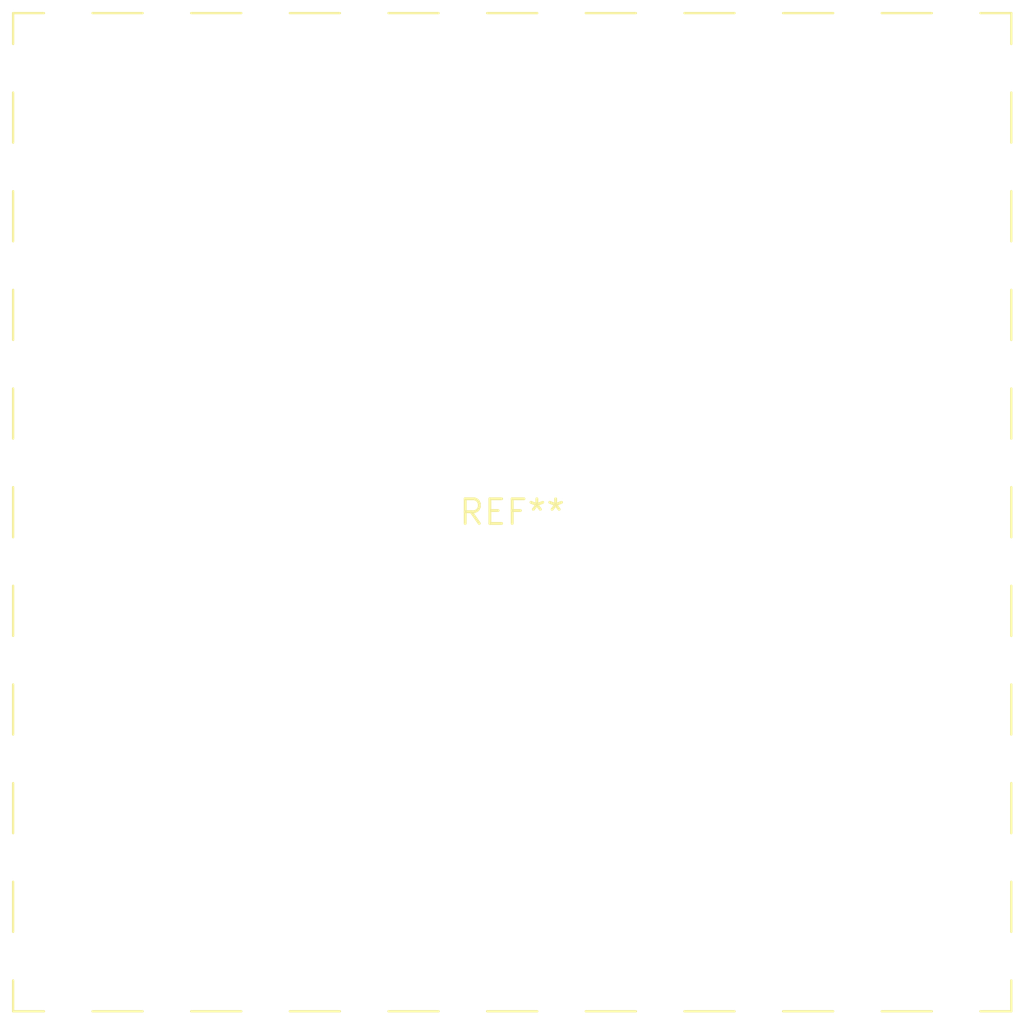
<source format=kicad_pcb>
(kicad_pcb (version 20240108) (generator pcbnew)
  (layers (0 "F.Cu" signal) (31 "B.Cu" signal) (34 "B.Paste" user) (35 "F.Paste" user) (36 "B.SilkS" user "B.Silkscreen") (37 "F.SilkS" user "F.Silkscreen") (38 "B.Mask" user) (39 "F.Mask" user) (44 "Edge.Cuts" user))
  (net 0 "")
  (footprint "Wuerth_36503505_50x50mm" (layer "F.Cu") (at 0 0)
    (property "Reference" "REF**")
    (property "Value" "Wuerth_36503505_50x50mm")
    (fp_line (start -25.7 -25.7) (end -24.11 -25.7) (layer "F.SilkS") (stroke (width 0.12)))
    (fp_line (start -25.7 -24.11) (end -25.7 -25.7) (layer "F.SilkS") (stroke (width 0.12)))
    (fp_line (start -25.7 -19.03) (end -25.7 -21.61) (layer "F.SilkS") (stroke (width 0.12)))
    (fp_line (start -25.7 -13.95) (end -25.7 -16.53) (layer "F.SilkS") (stroke (width 0.12)))
    (fp_line (start -25.7 -8.87) (end -25.7 -11.45) (layer "F.SilkS") (stroke (width 0.12)))
    (fp_line (start -25.7 -3.79) (end -25.7 -6.37) (layer "F.SilkS") (stroke (width 0.12)))
    (fp_line (start -25.7 -1.29) (end -25.7 1.29) (layer "F.SilkS") (stroke (width 0.12)))
    (fp_line (start -25.7 3.79) (end -25.7 6.37) (layer "F.SilkS") (stroke (width 0.12)))
    (fp_line (start -25.7 8.87) (end -25.7 11.45) (layer "F.SilkS") (stroke (width 0.12)))
    (fp_line (start -25.7 13.95) (end -25.7 16.53) (layer "F.SilkS") (stroke (width 0.12)))
    (fp_line (start -25.7 19.03) (end -25.7 21.61) (layer "F.SilkS") (stroke (width 0.12)))
    (fp_line (start -25.7 24.11) (end -25.7 25.7) (layer "F.SilkS") (stroke (width 0.12)))
    (fp_line (start -25.7 25.7) (end -24.11 25.7) (layer "F.SilkS") (stroke (width 0.12)))
    (fp_line (start -19.03 -25.7) (end -21.61 -25.7) (layer "F.SilkS") (stroke (width 0.12)))
    (fp_line (start -19.03 25.7) (end -21.61 25.7) (layer "F.SilkS") (stroke (width 0.12)))
    (fp_line (start -13.95 -25.7) (end -16.53 -25.7) (layer "F.SilkS") (stroke (width 0.12)))
    (fp_line (start -13.95 25.7) (end -16.53 25.7) (layer "F.SilkS") (stroke (width 0.12)))
    (fp_line (start -8.87 -25.7) (end -11.45 -25.7) (layer "F.SilkS") (stroke (width 0.12)))
    (fp_line (start -8.87 25.7) (end -11.45 25.7) (layer "F.SilkS") (stroke (width 0.12)))
    (fp_line (start -3.79 -25.7) (end -6.37 -25.7) (layer "F.SilkS") (stroke (width 0.12)))
    (fp_line (start -3.79 25.7) (end -6.37 25.7) (layer "F.SilkS") (stroke (width 0.12)))
    (fp_line (start 1.29 -25.7) (end -1.29 -25.7) (layer "F.SilkS") (stroke (width 0.12)))
    (fp_line (start 1.29 25.7) (end -1.29 25.7) (layer "F.SilkS") (stroke (width 0.12)))
    (fp_line (start 3.79 -25.7) (end 6.37 -25.7) (layer "F.SilkS") (stroke (width 0.12)))
    (fp_line (start 3.79 25.7) (end 6.37 25.7) (layer "F.SilkS") (stroke (width 0.12)))
    (fp_line (start 8.87 -25.7) (end 11.45 -25.7) (layer "F.SilkS") (stroke (width 0.12)))
    (fp_line (start 8.87 25.7) (end 11.45 25.7) (layer "F.SilkS") (stroke (width 0.12)))
    (fp_line (start 13.95 -25.7) (end 16.53 -25.7) (layer "F.SilkS") (stroke (width 0.12)))
    (fp_line (start 13.95 25.7) (end 16.53 25.7) (layer "F.SilkS") (stroke (width 0.12)))
    (fp_line (start 19.03 -25.7) (end 21.61 -25.7) (layer "F.SilkS") (stroke (width 0.12)))
    (fp_line (start 19.03 25.7) (end 21.61 25.7) (layer "F.SilkS") (stroke (width 0.12)))
    (fp_line (start 25.7 -25.7) (end 24.11 -25.7) (layer "F.SilkS") (stroke (width 0.12)))
    (fp_line (start 25.7 -24.11) (end 25.7 -25.7) (layer "F.SilkS") (stroke (width 0.12)))
    (fp_line (start 25.7 -19.03) (end 25.7 -21.61) (layer "F.SilkS") (stroke (width 0.12)))
    (fp_line (start 25.7 -13.95) (end 25.7 -16.53) (layer "F.SilkS") (stroke (width 0.12)))
    (fp_line (start 25.7 -8.87) (end 25.7 -11.45) (layer "F.SilkS") (stroke (width 0.12)))
    (fp_line (start 25.7 -3.79) (end 25.7 -6.37) (layer "F.SilkS") (stroke (width 0.12)))
    (fp_line (start 25.7 1.29) (end 25.7 -1.29) (layer "F.SilkS") (stroke (width 0.12)))
    (fp_line (start 25.7 3.79) (end 25.7 6.37) (layer "F.SilkS") (stroke (width 0.12)))
    (fp_line (start 25.7 8.87) (end 25.7 11.45) (layer "F.SilkS") (stroke (width 0.12)))
    (fp_line (start 25.7 13.95) (end 25.7 16.53) (layer "F.SilkS") (stroke (width 0.12)))
    (fp_line (start 25.7 19.03) (end 25.7 21.61) (layer "F.SilkS") (stroke (width 0.12)))
    (fp_line (start 25.7 24.11) (end 25.7 25.7) (layer "F.SilkS") (stroke (width 0.12)))
    (fp_line (start 25.7 25.7) (end 24.11 25.7) (layer "F.SilkS") (stroke (width 0.12)))
    (pad "1" thru_hole circle (at -25.25 -22.86) (size 1.7 1.7) (drill 1.1) (layers *.Cu *.Mask) (remove_unused_layers))
    (pad "1" thru_hole circle (at -25.25 -17.78) (size 1.7 1.7) (drill 1.1) (layers *.Cu *.Mask) (remove_unused_layers))
    (pad "1" thru_hole circle (at -25.25 -12.7) (size 1.7 1.7) (drill 1.1) (layers *.Cu *.Mask) (remove_unused_layers))
    (pad "1" thru_hole circle (at -25.25 -7.62) (size 1.7 1.7) (drill 1.1) (layers *.Cu *.Mask) (remove_unused_layers))
    (pad "1" thru_hole circle (at -25.25 -2.54) (size 1.7 1.7) (drill 1.1) (layers *.Cu *.Mask) (remove_unused_layers))
    (pad "1" thru_hole circle (at -25.25 2.54) (size 1.7 1.7) (drill 1.1) (layers *.Cu *.Mask) (remove_unused_layers))
    (pad "1" thru_hole circle (at -25.25 7.62) (size 1.7 1.7) (drill 1.1) (layers *.Cu *.Mask) (remove_unused_layers))
    (pad "1" thru_hole circle (at -25.25 12.7) (size 1.7 1.7) (drill 1.1) (layers *.Cu *.Mask) (remove_unused_layers))
    (pad "1" thru_hole circle (at -25.25 17.78) (size 1.7 1.7) (drill 1.1) (layers *.Cu *.Mask) (remove_unused_layers))
    (pad "1" thru_hole circle (at -25.25 22.86) (size 1.7 1.7) (drill 1.1) (layers *.Cu *.Mask) (remove_unused_layers))
    (pad "1" thru_hole circle (at -22.86 -25.25) (size 1.7 1.7) (drill 1.1) (layers *.Cu *.Mask) (remove_unused_layers))
    (pad "1" thru_hole circle (at -22.86 25.25) (size 1.7 1.7) (drill 1.1) (layers *.Cu *.Mask) (remove_unused_layers))
    (pad "1" thru_hole circle (at -17.78 -25.25) (size 1.7 1.7) (drill 1.1) (layers *.Cu *.Mask) (remove_unused_layers))
    (pad "1" thru_hole circle (at -17.78 25.25) (size 1.7 1.7) (drill 1.1) (layers *.Cu *.Mask) (remove_unused_layers))
    (pad "1" thru_hole circle (at -12.7 -25.25) (size 1.7 1.7) (drill 1.1) (layers *.Cu *.Mask) (remove_unused_layers))
    (pad "1" thru_hole circle (at -12.7 25.25) (size 1.7 1.7) (drill 1.1) (layers *.Cu *.Mask) (remove_unused_layers))
    (pad "1" thru_hole circle (at -7.62 -25.25) (size 1.7 1.7) (drill 1.1) (layers *.Cu *.Mask) (remove_unused_layers))
    (pad "1" thru_hole circle (at -7.62 25.25) (size 1.7 1.7) (drill 1.1) (layers *.Cu *.Mask) (remove_unused_layers))
    (pad "1" thru_hole circle (at -2.54 -25.25) (size 1.7 1.7) (drill 1.1) (layers *.Cu *.Mask) (remove_unused_layers))
    (pad "1" thru_hole circle (at -2.54 25.25) (size 1.7 1.7) (drill 1.1) (layers *.Cu *.Mask) (remove_unused_layers))
    (pad "1" thru_hole circle (at 2.54 -25.25) (size 1.7 1.7) (drill 1.1) (layers *.Cu *.Mask) (remove_unused_layers))
    (pad "1" thru_hole circle (at 2.54 25.25) (size 1.7 1.7) (drill 1.1) (layers *.Cu *.Mask) (remove_unused_layers))
    (pad "1" thru_hole circle (at 7.62 -25.25) (size 1.7 1.7) (drill 1.1) (layers *.Cu *.Mask) (remove_unused_layers))
    (pad "1" thru_hole circle (at 7.62 25.25) (size 1.7 1.7) (drill 1.1) (layers *.Cu *.Mask) (remove_unused_layers))
    (pad "1" thru_hole circle (at 12.7 -25.25) (size 1.7 1.7) (drill 1.1) (layers *.Cu *.Mask) (remove_unused_layers))
    (pad "1" thru_hole circle (at 12.7 25.25) (size 1.7 1.7) (drill 1.1) (layers *.Cu *.Mask) (remove_unused_layers))
    (pad "1" thru_hole circle (at 17.78 -25.25) (size 1.7 1.7) (drill 1.1) (layers *.Cu *.Mask) (remove_unused_layers))
    (pad "1" thru_hole circle (at 17.78 25.25) (size 1.7 1.7) (drill 1.1) (layers *.Cu *.Mask) (remove_unused_layers))
    (pad "1" thru_hole circle (at 22.86 -25.25) (size 1.7 1.7) (drill 1.1) (layers *.Cu *.Mask) (remove_unused_layers))
    (pad "1" thru_hole circle (at 22.86 25.25) (size 1.7 1.7) (drill 1.1) (layers *.Cu *.Mask) (remove_unused_layers))
    (pad "1" thru_hole circle (at 25.25 -22.86) (size 1.7 1.7) (drill 1.1) (layers *.Cu *.Mask) (remove_unused_layers))
    (pad "1" thru_hole circle (at 25.25 -17.78) (size 1.7 1.7) (drill 1.1) (layers *.Cu *.Mask) (remove_unused_layers))
    (pad "1" thru_hole circle (at 25.25 -12.7) (size 1.7 1.7) (drill 1.1) (layers *.Cu *.Mask) (remove_unused_layers))
    (pad "1" thru_hole circle (at 25.25 -7.62) (size 1.7 1.7) (drill 1.1) (layers *.Cu *.Mask) (remove_unused_layers))
    (pad "1" thru_hole circle (at 25.25 -2.54) (size 1.7 1.7) (drill 1.1) (layers *.Cu *.Mask) (remove_unused_layers))
    (pad "1" thru_hole circle (at 25.25 2.54) (size 1.7 1.7) (drill 1.1) (layers *.Cu *.Mask) (remove_unused_layers))
    (pad "1" thru_hole circle (at 25.25 7.62) (size 1.7 1.7) (drill 1.1) (layers *.Cu *.Mask) (remove_unused_layers))
    (pad "1" thru_hole circle (at 25.25 12.7) (size 1.7 1.7) (drill 1.1) (layers *.Cu *.Mask) (remove_unused_layers))
    (pad "1" thru_hole circle (at 25.25 17.78) (size 1.7 1.7) (drill 1.1) (layers *.Cu *.Mask) (remove_unused_layers))
    (pad "1" thru_hole circle (at 25.25 22.86) (size 1.7 1.7) (drill 1.1) (layers *.Cu *.Mask) (remove_unused_layers))
  )
)
</source>
